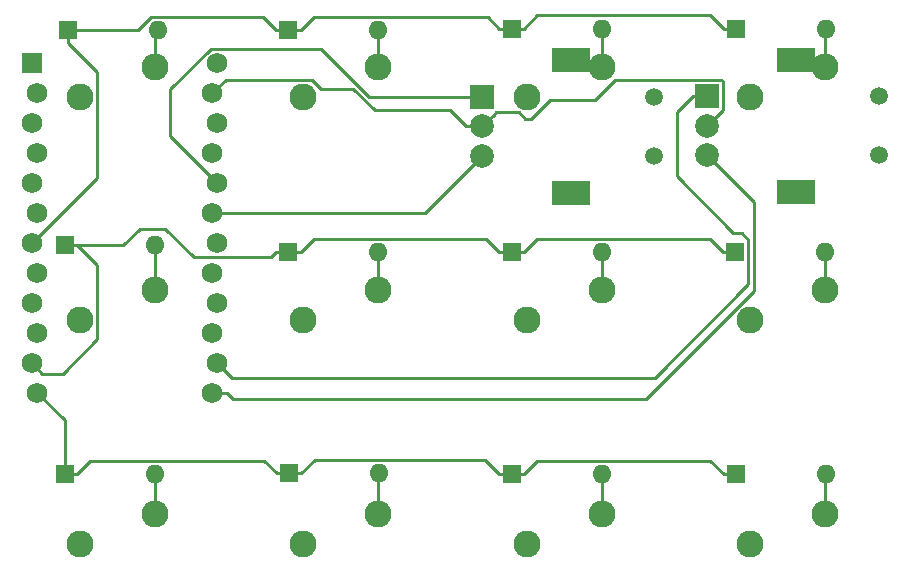
<source format=gbr>
G04 #@! TF.GenerationSoftware,KiCad,Pcbnew,(5.0.2)-1*
G04 #@! TF.CreationDate,2019-01-24T00:30:49-05:00*
G04 #@! TF.ProjectId,4x5macro,3478356d-6163-4726-9f2e-6b696361645f,rev?*
G04 #@! TF.SameCoordinates,Original*
G04 #@! TF.FileFunction,Copper,L1,Top*
G04 #@! TF.FilePolarity,Positive*
%FSLAX46Y46*%
G04 Gerber Fmt 4.6, Leading zero omitted, Abs format (unit mm)*
G04 Created by KiCad (PCBNEW (5.0.2)-1) date 1/24/2019 12:30:49 AM*
%MOMM*%
%LPD*%
G01*
G04 APERTURE LIST*
G04 #@! TA.AperFunction,ComponentPad*
%ADD10C,2.286000*%
G04 #@! TD*
G04 #@! TA.AperFunction,ComponentPad*
%ADD11R,1.600000X1.600000*%
G04 #@! TD*
G04 #@! TA.AperFunction,ComponentPad*
%ADD12O,1.600000X1.600000*%
G04 #@! TD*
G04 #@! TA.AperFunction,ComponentPad*
%ADD13C,1.500000*%
G04 #@! TD*
G04 #@! TA.AperFunction,ComponentPad*
%ADD14R,3.200000X2.000000*%
G04 #@! TD*
G04 #@! TA.AperFunction,ComponentPad*
%ADD15C,2.000000*%
G04 #@! TD*
G04 #@! TA.AperFunction,ComponentPad*
%ADD16R,2.000000X2.000000*%
G04 #@! TD*
G04 #@! TA.AperFunction,ComponentPad*
%ADD17C,1.752600*%
G04 #@! TD*
G04 #@! TA.AperFunction,ComponentPad*
%ADD18R,1.752600X1.752600*%
G04 #@! TD*
G04 #@! TA.AperFunction,Conductor*
%ADD19C,0.250000*%
G04 #@! TD*
G04 APERTURE END LIST*
D10*
G04 #@! TO.P,SW6,1*
G04 #@! TO.N,Net-(D5-Pad2)*
X72072500Y-40830500D03*
G04 #@! TO.P,SW6,2*
G04 #@! TO.N,Net-(SW5-Pad2)*
X65722500Y-43370500D03*
G04 #@! TD*
G04 #@! TO.P,SW3,2*
G04 #@! TO.N,Net-(SW2-Pad2)*
X46799500Y-43370500D03*
G04 #@! TO.P,SW3,1*
G04 #@! TO.N,Net-(D2-Pad2)*
X53149500Y-40830500D03*
G04 #@! TD*
D11*
G04 #@! TO.P,D1,1*
G04 #@! TO.N,Net-(D1-Pad1)*
X45783500Y-18796000D03*
D12*
G04 #@! TO.P,D1,2*
G04 #@! TO.N,Net-(D1-Pad2)*
X53403500Y-18796000D03*
G04 #@! TD*
G04 #@! TO.P,D2,2*
G04 #@! TO.N,Net-(D2-Pad2)*
X53149500Y-37020500D03*
D11*
G04 #@! TO.P,D2,1*
G04 #@! TO.N,Net-(D11-Pad1)*
X45529500Y-37020500D03*
G04 #@! TD*
D12*
G04 #@! TO.P,D3,2*
G04 #@! TO.N,Net-(D3-Pad2)*
X53149500Y-56388000D03*
D11*
G04 #@! TO.P,D3,1*
G04 #@! TO.N,Net-(D12-Pad1)*
X45529500Y-56388000D03*
G04 #@! TD*
G04 #@! TO.P,D4,1*
G04 #@! TO.N,Net-(D1-Pad1)*
X64452500Y-18796000D03*
D12*
G04 #@! TO.P,D4,2*
G04 #@! TO.N,Net-(D4-Pad2)*
X72072500Y-18796000D03*
G04 #@! TD*
D11*
G04 #@! TO.P,D5,1*
G04 #@! TO.N,Net-(D11-Pad1)*
X64452500Y-37592000D03*
D12*
G04 #@! TO.P,D5,2*
G04 #@! TO.N,Net-(D5-Pad2)*
X72072500Y-37592000D03*
G04 #@! TD*
D11*
G04 #@! TO.P,D6,1*
G04 #@! TO.N,Net-(D12-Pad1)*
X64516000Y-56324500D03*
D12*
G04 #@! TO.P,D6,2*
G04 #@! TO.N,Net-(D6-Pad2)*
X72136000Y-56324500D03*
G04 #@! TD*
D11*
G04 #@! TO.P,D7,1*
G04 #@! TO.N,Net-(D1-Pad1)*
X83375500Y-18669000D03*
D12*
G04 #@! TO.P,D7,2*
G04 #@! TO.N,Net-(D7-Pad2)*
X90995500Y-18669000D03*
G04 #@! TD*
G04 #@! TO.P,D8,2*
G04 #@! TO.N,Net-(D8-Pad2)*
X90995500Y-37592000D03*
D11*
G04 #@! TO.P,D8,1*
G04 #@! TO.N,Net-(D11-Pad1)*
X83375500Y-37592000D03*
G04 #@! TD*
D12*
G04 #@! TO.P,D9,2*
G04 #@! TO.N,Net-(D9-Pad2)*
X90995500Y-56388000D03*
D11*
G04 #@! TO.P,D9,1*
G04 #@! TO.N,Net-(D12-Pad1)*
X83375500Y-56388000D03*
G04 #@! TD*
D12*
G04 #@! TO.P,D10,2*
G04 #@! TO.N,Net-(D10-Pad2)*
X109982000Y-18732500D03*
D11*
G04 #@! TO.P,D10,1*
G04 #@! TO.N,Net-(D1-Pad1)*
X102362000Y-18732500D03*
G04 #@! TD*
G04 #@! TO.P,D11,1*
G04 #@! TO.N,Net-(D11-Pad1)*
X102298500Y-37592000D03*
D12*
G04 #@! TO.P,D11,2*
G04 #@! TO.N,Net-(D11-Pad2)*
X109918500Y-37592000D03*
G04 #@! TD*
G04 #@! TO.P,D12,2*
G04 #@! TO.N,Net-(D12-Pad2)*
X109982000Y-56388000D03*
D11*
G04 #@! TO.P,D12,1*
G04 #@! TO.N,Net-(D12-Pad1)*
X102362000Y-56388000D03*
G04 #@! TD*
D13*
G04 #@! TO.P,SW1,*
G04 #@! TO.N,*
X95399000Y-29447500D03*
X95399000Y-24447500D03*
D14*
G04 #@! TO.P,SW1,MP*
G04 #@! TO.N,N/C*
X88399000Y-32547500D03*
X88399000Y-21347500D03*
D15*
G04 #@! TO.P,SW1,B*
G04 #@! TO.N,Net-(SW1-PadB)*
X80899000Y-29447500D03*
G04 #@! TO.P,SW1,C*
G04 #@! TO.N,Net-(SW1-PadC)*
X80899000Y-26947500D03*
D16*
G04 #@! TO.P,SW1,A*
G04 #@! TO.N,Net-(SW1-PadA)*
X80899000Y-24447500D03*
G04 #@! TD*
D10*
G04 #@! TO.P,SW2,1*
G04 #@! TO.N,Net-(D1-Pad2)*
X53149500Y-21907500D03*
G04 #@! TO.P,SW2,2*
G04 #@! TO.N,Net-(SW2-Pad2)*
X46799500Y-24447500D03*
G04 #@! TD*
G04 #@! TO.P,SW4,1*
G04 #@! TO.N,Net-(D3-Pad2)*
X53149500Y-59753500D03*
G04 #@! TO.P,SW4,2*
G04 #@! TO.N,Net-(SW2-Pad2)*
X46799500Y-62293500D03*
G04 #@! TD*
G04 #@! TO.P,SW5,2*
G04 #@! TO.N,Net-(SW5-Pad2)*
X65722500Y-24447500D03*
G04 #@! TO.P,SW5,1*
G04 #@! TO.N,Net-(D4-Pad2)*
X72072500Y-21907500D03*
G04 #@! TD*
G04 #@! TO.P,SW7,2*
G04 #@! TO.N,Net-(SW5-Pad2)*
X65722500Y-62293500D03*
G04 #@! TO.P,SW7,1*
G04 #@! TO.N,Net-(D6-Pad2)*
X72072500Y-59753500D03*
G04 #@! TD*
G04 #@! TO.P,SW8,1*
G04 #@! TO.N,Net-(D7-Pad2)*
X90995500Y-21907500D03*
G04 #@! TO.P,SW8,2*
G04 #@! TO.N,Net-(SW10-Pad2)*
X84645500Y-24447500D03*
G04 #@! TD*
G04 #@! TO.P,SW9,2*
G04 #@! TO.N,Net-(SW10-Pad2)*
X84645500Y-43370500D03*
G04 #@! TO.P,SW9,1*
G04 #@! TO.N,Net-(D8-Pad2)*
X90995500Y-40830500D03*
G04 #@! TD*
G04 #@! TO.P,SW10,1*
G04 #@! TO.N,Net-(D9-Pad2)*
X90995500Y-59753500D03*
G04 #@! TO.P,SW10,2*
G04 #@! TO.N,Net-(SW10-Pad2)*
X84645500Y-62293500D03*
G04 #@! TD*
G04 #@! TO.P,SW11,1*
G04 #@! TO.N,Net-(D10-Pad2)*
X109918500Y-21907500D03*
G04 #@! TO.P,SW11,2*
G04 #@! TO.N,Net-(SW11-Pad2)*
X103568500Y-24447500D03*
G04 #@! TD*
G04 #@! TO.P,SW12,2*
G04 #@! TO.N,Net-(SW11-Pad2)*
X103568500Y-43370500D03*
G04 #@! TO.P,SW12,1*
G04 #@! TO.N,Net-(D11-Pad2)*
X109918500Y-40830500D03*
G04 #@! TD*
G04 #@! TO.P,SW13,2*
G04 #@! TO.N,Net-(SW11-Pad2)*
X103568500Y-62293500D03*
G04 #@! TO.P,SW13,1*
G04 #@! TO.N,Net-(D12-Pad2)*
X109918500Y-59753500D03*
G04 #@! TD*
D16*
G04 #@! TO.P,SW14,A*
G04 #@! TO.N,Net-(SW14-PadA)*
X99949000Y-24384000D03*
D15*
G04 #@! TO.P,SW14,C*
G04 #@! TO.N,Net-(SW1-PadC)*
X99949000Y-26884000D03*
G04 #@! TO.P,SW14,B*
G04 #@! TO.N,Net-(SW14-PadB)*
X99949000Y-29384000D03*
D14*
G04 #@! TO.P,SW14,MP*
G04 #@! TO.N,N/C*
X107449000Y-21284000D03*
X107449000Y-32484000D03*
D13*
G04 #@! TO.P,SW14,*
G04 #@! TO.N,*
X114449000Y-24384000D03*
X114449000Y-29384000D03*
G04 #@! TD*
D17*
G04 #@! TO.P,U1,24*
G04 #@! TO.N,Net-(U1-Pad24)*
X58458100Y-21590000D03*
G04 #@! TO.P,U1,12*
G04 #@! TO.N,Net-(D12-Pad1)*
X43218100Y-49530000D03*
G04 #@! TO.P,U1,23*
G04 #@! TO.N,Net-(SW1-PadC)*
X58000900Y-24130000D03*
G04 #@! TO.P,U1,22*
G04 #@! TO.N,Net-(U1-Pad22)*
X58458100Y-26670000D03*
G04 #@! TO.P,U1,21*
G04 #@! TO.N,Net-(U1-Pad21)*
X58000900Y-29210000D03*
G04 #@! TO.P,U1,20*
G04 #@! TO.N,Net-(SW1-PadA)*
X58458100Y-31750000D03*
G04 #@! TO.P,U1,19*
G04 #@! TO.N,Net-(SW1-PadB)*
X58000900Y-34290000D03*
G04 #@! TO.P,U1,18*
G04 #@! TO.N,Net-(SW11-Pad2)*
X58458100Y-36830000D03*
G04 #@! TO.P,U1,17*
G04 #@! TO.N,Net-(SW10-Pad2)*
X58000900Y-39370000D03*
G04 #@! TO.P,U1,16*
G04 #@! TO.N,Net-(SW5-Pad2)*
X58458100Y-41910000D03*
G04 #@! TO.P,U1,15*
G04 #@! TO.N,Net-(SW2-Pad2)*
X58000900Y-44450000D03*
G04 #@! TO.P,U1,14*
G04 #@! TO.N,Net-(SW14-PadA)*
X58458100Y-46990000D03*
G04 #@! TO.P,U1,13*
G04 #@! TO.N,Net-(SW14-PadB)*
X58000900Y-49530000D03*
G04 #@! TO.P,U1,11*
G04 #@! TO.N,Net-(D11-Pad1)*
X42760900Y-46990000D03*
G04 #@! TO.P,U1,10*
G04 #@! TO.N,Net-(U1-Pad10)*
X43218100Y-44450000D03*
G04 #@! TO.P,U1,9*
G04 #@! TO.N,Net-(U1-Pad9)*
X42760900Y-41910000D03*
G04 #@! TO.P,U1,8*
G04 #@! TO.N,Net-(U1-Pad8)*
X43218100Y-39370000D03*
G04 #@! TO.P,U1,7*
G04 #@! TO.N,Net-(D1-Pad1)*
X42760900Y-36830000D03*
G04 #@! TO.P,U1,6*
G04 #@! TO.N,Net-(U1-Pad6)*
X43218100Y-34290000D03*
G04 #@! TO.P,U1,5*
G04 #@! TO.N,Net-(U1-Pad5)*
X42760900Y-31750000D03*
G04 #@! TO.P,U1,4*
G04 #@! TO.N,Net-(U1-Pad4)*
X43218100Y-29210000D03*
G04 #@! TO.P,U1,3*
G04 #@! TO.N,Net-(U1-Pad3)*
X42760900Y-26670000D03*
G04 #@! TO.P,U1,2*
G04 #@! TO.N,Net-(U1-Pad2)*
X43218100Y-24130000D03*
D18*
G04 #@! TO.P,U1,1*
G04 #@! TO.N,Net-(U1-Pad1)*
X42760900Y-21590000D03*
G04 #@! TD*
D19*
G04 #@! TO.N,Net-(D1-Pad1)*
X63402500Y-18796000D02*
X64452500Y-18796000D01*
X62277499Y-17670999D02*
X63402500Y-18796000D01*
X52863499Y-17670999D02*
X62277499Y-17670999D01*
X51738498Y-18796000D02*
X52863499Y-17670999D01*
X45783500Y-18796000D02*
X51738498Y-18796000D01*
X82325500Y-18669000D02*
X83375500Y-18669000D01*
X81327499Y-17670999D02*
X82325500Y-18669000D01*
X66627501Y-17670999D02*
X81327499Y-17670999D01*
X65502500Y-18796000D02*
X66627501Y-17670999D01*
X64452500Y-18796000D02*
X65502500Y-18796000D01*
X101312000Y-18732500D02*
X102362000Y-18732500D01*
X100123499Y-17543999D02*
X101312000Y-18732500D01*
X85550501Y-17543999D02*
X100123499Y-17543999D01*
X84425500Y-18669000D02*
X85550501Y-17543999D01*
X83375500Y-18669000D02*
X84425500Y-18669000D01*
X45783500Y-19846000D02*
X45783500Y-18796000D01*
X48267501Y-22330001D02*
X45783500Y-19846000D01*
X48267501Y-31323399D02*
X48267501Y-22330001D01*
X42760900Y-36830000D02*
X48267501Y-31323399D01*
G04 #@! TO.N,Net-(D1-Pad2)*
X53149500Y-19050000D02*
X53403500Y-18796000D01*
X53149500Y-21907500D02*
X53149500Y-19050000D01*
G04 #@! TO.N,Net-(D2-Pad2)*
X53149500Y-39214054D02*
X53149500Y-37020500D01*
X53149500Y-40830500D02*
X53149500Y-39214054D01*
G04 #@! TO.N,Net-(D11-Pad1)*
X82325500Y-37592000D02*
X83375500Y-37592000D01*
X81200499Y-36466999D02*
X82325500Y-37592000D01*
X66627501Y-36466999D02*
X81200499Y-36466999D01*
X65502500Y-37592000D02*
X66627501Y-36466999D01*
X64452500Y-37592000D02*
X65502500Y-37592000D01*
X101248500Y-37592000D02*
X102298500Y-37592000D01*
X100123499Y-36466999D02*
X101248500Y-37592000D01*
X85550501Y-36466999D02*
X100123499Y-36466999D01*
X84425500Y-37592000D02*
X85550501Y-36466999D01*
X83375500Y-37592000D02*
X84425500Y-37592000D01*
X56441102Y-38031301D02*
X54038500Y-35628699D01*
X62963199Y-38031301D02*
X56441102Y-38031301D01*
X63402500Y-37592000D02*
X62963199Y-38031301D01*
X64452500Y-37592000D02*
X63402500Y-37592000D01*
X50487699Y-37020500D02*
X45529500Y-37020500D01*
X51879500Y-35628699D02*
X50487699Y-37020500D01*
X51879500Y-35628699D02*
X54038500Y-35628699D01*
X43637199Y-47866299D02*
X42760900Y-46990000D01*
X45386703Y-47866299D02*
X43637199Y-47866299D01*
X48267501Y-44985501D02*
X45386703Y-47866299D01*
X48267501Y-38708501D02*
X48267501Y-44985501D01*
X46579500Y-37020500D02*
X48267501Y-38708501D01*
X45529500Y-37020500D02*
X46579500Y-37020500D01*
G04 #@! TO.N,Net-(D3-Pad2)*
X53149500Y-58137054D02*
X53149500Y-56388000D01*
X53149500Y-59753500D02*
X53149500Y-58137054D01*
G04 #@! TO.N,Net-(D12-Pad1)*
X82325500Y-56388000D02*
X83375500Y-56388000D01*
X81136999Y-55199499D02*
X82325500Y-56388000D01*
X66691001Y-55199499D02*
X81136999Y-55199499D01*
X65566000Y-56324500D02*
X66691001Y-55199499D01*
X64516000Y-56324500D02*
X65566000Y-56324500D01*
X101312000Y-56388000D02*
X102362000Y-56388000D01*
X100186999Y-55262999D02*
X101312000Y-56388000D01*
X85550501Y-55262999D02*
X100186999Y-55262999D01*
X84425500Y-56388000D02*
X85550501Y-55262999D01*
X83375500Y-56388000D02*
X84425500Y-56388000D01*
X47704501Y-55262999D02*
X62404499Y-55262999D01*
X46579500Y-56388000D02*
X47704501Y-55262999D01*
X45529500Y-56388000D02*
X46579500Y-56388000D01*
X63466000Y-56324500D02*
X64516000Y-56324500D01*
X62404499Y-55262999D02*
X63466000Y-56324500D01*
X45529500Y-51841400D02*
X45529500Y-56388000D01*
X43218100Y-49530000D02*
X45529500Y-51841400D01*
G04 #@! TO.N,Net-(D4-Pad2)*
X72072500Y-20291054D02*
X72072500Y-18796000D01*
X72072500Y-21907500D02*
X72072500Y-20291054D01*
G04 #@! TO.N,Net-(D5-Pad2)*
X72072500Y-38723370D02*
X72072500Y-40830500D01*
X72072500Y-37592000D02*
X72072500Y-38723370D01*
G04 #@! TO.N,Net-(D6-Pad2)*
X72072500Y-56388000D02*
X72136000Y-56324500D01*
X72072500Y-59753500D02*
X72072500Y-56388000D01*
G04 #@! TO.N,Net-(D7-Pad2)*
X90995500Y-18669000D02*
X90995500Y-21907500D01*
G04 #@! TO.N,Net-(D8-Pad2)*
X90995500Y-39214054D02*
X90995500Y-37592000D01*
X90995500Y-40830500D02*
X90995500Y-39214054D01*
G04 #@! TO.N,Net-(D9-Pad2)*
X90995500Y-58137054D02*
X90995500Y-56388000D01*
X90995500Y-59753500D02*
X90995500Y-58137054D01*
G04 #@! TO.N,Net-(D10-Pad2)*
X109918500Y-18796000D02*
X109982000Y-18732500D01*
X109918500Y-21907500D02*
X109918500Y-18796000D01*
G04 #@! TO.N,Net-(D11-Pad2)*
X109918500Y-40830500D02*
X109918500Y-37592000D01*
G04 #@! TO.N,Net-(D12-Pad2)*
X109918500Y-56451500D02*
X109982000Y-56388000D01*
X109918500Y-59753500D02*
X109918500Y-56451500D01*
G04 #@! TO.N,Net-(SW1-PadB)*
X76056500Y-34290000D02*
X58000900Y-34290000D01*
X80899000Y-29447500D02*
X76056500Y-34290000D01*
G04 #@! TO.N,Net-(SW1-PadC)*
X82084001Y-25762499D02*
X81898999Y-25947501D01*
X84490002Y-26289000D02*
X83963501Y-25762499D01*
X86597043Y-24668599D02*
X84976642Y-26289000D01*
X83963501Y-25762499D02*
X82084001Y-25762499D01*
X90407043Y-24668599D02*
X86597043Y-24668599D01*
X84976642Y-26289000D02*
X84490002Y-26289000D01*
X92088642Y-22987000D02*
X90407043Y-24668599D01*
X101137002Y-22987000D02*
X92088642Y-22987000D01*
X101274001Y-23123999D02*
X101137002Y-22987000D01*
X101274001Y-25558999D02*
X101274001Y-23123999D01*
X81898999Y-25947501D02*
X80899000Y-26947500D01*
X99949000Y-26884000D02*
X101274001Y-25558999D01*
X79484787Y-26947500D02*
X80899000Y-26947500D01*
X78127787Y-25590500D02*
X79484787Y-26947500D01*
X59151401Y-22979499D02*
X66427141Y-22979499D01*
X58000900Y-24130000D02*
X59151401Y-22979499D01*
X67190501Y-23742859D02*
X69970859Y-23742859D01*
X66427141Y-22979499D02*
X67190501Y-23742859D01*
X69970859Y-23742859D02*
X71818500Y-25590500D01*
X71818500Y-25590500D02*
X78127787Y-25590500D01*
G04 #@! TO.N,Net-(SW1-PadA)*
X57581801Y-30873701D02*
X58458100Y-31750000D01*
X54464499Y-27756399D02*
X57581801Y-30873701D01*
X54464499Y-23805675D02*
X54464499Y-27756399D01*
X57881475Y-20388699D02*
X54464499Y-23805675D01*
X67253109Y-20388699D02*
X57881475Y-20388699D01*
X71311910Y-24447500D02*
X67253109Y-20388699D01*
X80899000Y-24447500D02*
X71311910Y-24447500D01*
G04 #@! TO.N,Net-(SW14-PadA)*
X98699000Y-24384000D02*
X97345500Y-25737500D01*
X99949000Y-24384000D02*
X98699000Y-24384000D01*
X97345500Y-25737500D02*
X97345500Y-31178500D01*
X97345500Y-31178500D02*
X102108000Y-35941000D01*
X103423501Y-36531999D02*
X103423501Y-40276999D01*
X102108000Y-35941000D02*
X102832502Y-35941000D01*
X102832502Y-35941000D02*
X103423501Y-36531999D01*
X103423501Y-40276999D02*
X95471099Y-48229401D01*
X59697501Y-48229401D02*
X58458100Y-46990000D01*
X63817500Y-48229401D02*
X59697501Y-48229401D01*
X63817500Y-48229401D02*
X62961401Y-48229401D01*
X95471099Y-48229401D02*
X63817500Y-48229401D01*
G04 #@! TO.N,Net-(SW14-PadB)*
X99949000Y-29384000D02*
X103886000Y-33321000D01*
X103886000Y-40880358D02*
X94728358Y-50038000D01*
X103886000Y-33321000D02*
X103886000Y-40880358D01*
X59748175Y-50038000D02*
X63627000Y-50038000D01*
X59240175Y-49530000D02*
X59748175Y-50038000D01*
X58000900Y-49530000D02*
X59240175Y-49530000D01*
X94728358Y-50038000D02*
X63627000Y-50038000D01*
X63627000Y-50038000D02*
X62992000Y-50038000D01*
G04 #@! TD*
M02*

</source>
